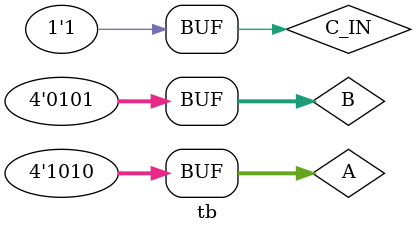
<source format=v>
module fulladd(sum,c_out,a,b,c_in);

output sum,c_out;
input a,b,c_in;

wire s1,c1,c2;
xor x1(s1,a,b);
and a1(c1,a,b);

xor x2(sum,s1,c_in);
and a2(c2,s1,c_in);

xor x3(c_out,c2,c1);
endmodule

module fulladd4(sum,c_out,a,b,c_in);
output [3:0] sum;
output c_out;
input [3:0] a,b;
input c_in;
wire c1,c2,c3;
/*
fulladd fa0(sum[0],c1,a[0],b[0],c_in);
fulladd fa1(sum[1],c2,a[1],b[1],c1);
fulladd fa2(sum[2],c3,a[2],b[2],c2);
fulladd fa3(sum[3],c_out,a[3],b[3],c3);
*/

wire [3:0] carry;
genvar j;
generate for(j=0;j<4;j=j+1) begin:addloop

if(j==0)
fulladd fd(sum[j],carry[j],a[j],b[j],c_in);
else
fulladd fd(sum[j],carry[j],a[j],b[j],carry[j-1]);

end
endgenerate

assign c_out = carry[3];
endmodule

module tb;

reg [3:0] A,B;
reg C_IN;
wire [3:0] SUM;
wire C_OUT;

fulladd4 fad(SUM,C_OUT,A,B,C_IN);

initial
begin
$monitor(,$time,"A=%b,B=%b,C_IN=%b,C_OUT=%b,SUM=%b",A,B,C_IN,C_OUT,SUM);

end

initial
begin
A = 4'd0;B=4'd0;C_IN=1'b0;
#5 A=4'd3;B=4'd4;
#5 A=4'd2;B=4'd5;
#5 A=4'd9;B=4'd9;
#5 A=4'd10;B=4'd15;
#5 A=4'd10;B=4'd5;C_IN=1'b1;
end

endmodule
</source>
